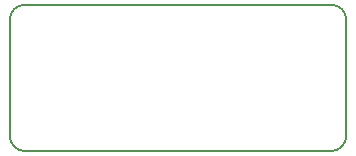
<source format=gm1>
G04 #@! TF.GenerationSoftware,KiCad,Pcbnew,(6.0.2)*
G04 #@! TF.CreationDate,2022-09-05T01:34:10-04:00*
G04 #@! TF.ProjectId,midi-trs-a-b-conveter,6d696469-2d74-4727-932d-612d622d636f,rev?*
G04 #@! TF.SameCoordinates,PX7c5bf00PY5fb3830*
G04 #@! TF.FileFunction,Profile,NP*
%FSLAX46Y46*%
G04 Gerber Fmt 4.6, Leading zero omitted, Abs format (unit mm)*
G04 Created by KiCad (PCBNEW (6.0.2)) date 2022-09-05 01:34:10*
%MOMM*%
%LPD*%
G01*
G04 APERTURE LIST*
G04 #@! TA.AperFunction,Profile*
%ADD10C,0.200000*%
G04 #@! TD*
G04 APERTURE END LIST*
D10*
X28750000Y11200000D02*
G75*
G03*
X27450000Y12500000I-1299999J1D01*
G01*
X27450000Y100000D02*
G75*
G03*
X28750000Y1400000I1J1299999D01*
G01*
X27450000Y100000D02*
X1550000Y100000D01*
X250000Y1400000D02*
X250000Y11200000D01*
X28750000Y11200000D02*
X28750000Y1400000D01*
X1550000Y12500000D02*
X27450000Y12500000D01*
X250000Y1400000D02*
G75*
G03*
X1550000Y100000I1299999J-1D01*
G01*
X1550000Y12500000D02*
G75*
G03*
X250000Y11200000I-1J-1299999D01*
G01*
M02*

</source>
